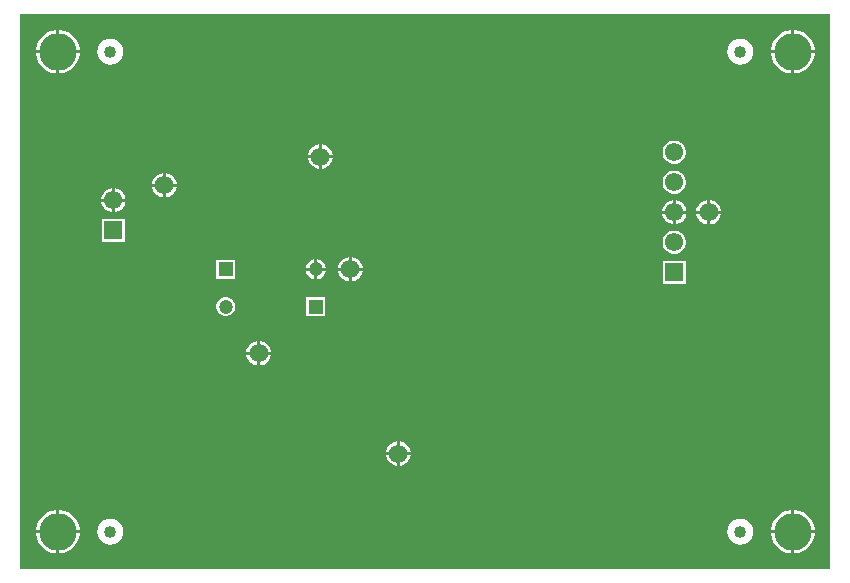
<source format=gbl>
G04*
G04 #@! TF.GenerationSoftware,Altium Limited,Altium Designer,24.6.1 (21)*
G04*
G04 Layer_Physical_Order=2*
G04 Layer_Color=16711680*
%FSLAX44Y44*%
%MOMM*%
G71*
G04*
G04 #@! TF.SameCoordinates,4D0109AF-B27D-4A28-B854-C6E4DC42B7D3*
G04*
G04*
G04 #@! TF.FilePolarity,Positive*
G04*
G01*
G75*
%ADD29C,1.2000*%
%ADD30R,1.2000X1.2000*%
%ADD37C,1.5500*%
%ADD38R,1.5500X1.5500*%
%ADD39C,1.0160*%
%ADD40C,3.1750*%
%ADD41C,1.5748*%
G36*
X685800Y0D02*
X0D01*
Y469900D01*
X685800D01*
Y0D01*
D02*
G37*
%LPC*%
G36*
X655864Y456565D02*
X655320D01*
Y439420D01*
X672465D01*
Y439964D01*
X671757Y443521D01*
X670369Y446873D01*
X668354Y449889D01*
X665789Y452454D01*
X662773Y454469D01*
X659421Y455857D01*
X655864Y456565D01*
D02*
G37*
G36*
X652780D02*
X652236D01*
X648679Y455857D01*
X645327Y454469D01*
X642311Y452454D01*
X639746Y449889D01*
X637731Y446873D01*
X636343Y443521D01*
X635635Y439964D01*
Y439420D01*
X652780D01*
Y456565D01*
D02*
G37*
G36*
X33564D02*
X33020D01*
Y439420D01*
X50165D01*
Y439964D01*
X49457Y443521D01*
X48069Y446873D01*
X46054Y449889D01*
X43489Y452454D01*
X40473Y454469D01*
X37122Y455857D01*
X33564Y456565D01*
D02*
G37*
G36*
X30480D02*
X29936D01*
X26379Y455857D01*
X23027Y454469D01*
X20011Y452454D01*
X17446Y449889D01*
X15431Y446873D01*
X14043Y443521D01*
X13335Y439964D01*
Y439420D01*
X30480D01*
Y456565D01*
D02*
G37*
G36*
X609600Y449166D02*
X606749Y448791D01*
X604092Y447690D01*
X601810Y445940D01*
X600060Y443658D01*
X598959Y441001D01*
X598584Y438150D01*
X598959Y435299D01*
X600060Y432642D01*
X601810Y430360D01*
X604092Y428610D01*
X606749Y427509D01*
X609600Y427134D01*
X612451Y427509D01*
X615108Y428610D01*
X617390Y430360D01*
X619140Y432642D01*
X620241Y435299D01*
X620616Y438150D01*
X620241Y441001D01*
X619140Y443658D01*
X617390Y445940D01*
X615108Y447690D01*
X612451Y448791D01*
X609600Y449166D01*
D02*
G37*
G36*
X76200D02*
X73349Y448791D01*
X70692Y447690D01*
X68410Y445940D01*
X66660Y443658D01*
X65559Y441001D01*
X65184Y438150D01*
X65559Y435299D01*
X66660Y432642D01*
X68410Y430360D01*
X70692Y428610D01*
X73349Y427509D01*
X76200Y427134D01*
X79051Y427509D01*
X81708Y428610D01*
X83990Y430360D01*
X85740Y432642D01*
X86841Y435299D01*
X87216Y438150D01*
X86841Y441001D01*
X85740Y443658D01*
X83990Y445940D01*
X81708Y447690D01*
X79051Y448791D01*
X76200Y449166D01*
D02*
G37*
G36*
X672465Y436880D02*
X655320D01*
Y419735D01*
X655864D01*
X659421Y420443D01*
X662773Y421831D01*
X665789Y423846D01*
X668354Y426411D01*
X670369Y429427D01*
X671757Y432779D01*
X672465Y436336D01*
Y436880D01*
D02*
G37*
G36*
X652780D02*
X635635D01*
Y436336D01*
X636343Y432779D01*
X637731Y429427D01*
X639746Y426411D01*
X642311Y423846D01*
X645327Y421831D01*
X648679Y420443D01*
X652236Y419735D01*
X652780D01*
Y436880D01*
D02*
G37*
G36*
X50165D02*
X33020D01*
Y419735D01*
X33564D01*
X37122Y420443D01*
X40473Y421831D01*
X43489Y423846D01*
X46054Y426411D01*
X48069Y429427D01*
X49457Y432779D01*
X50165Y436336D01*
Y436880D01*
D02*
G37*
G36*
X30480D02*
X13335D01*
Y436336D01*
X14043Y432779D01*
X15431Y429427D01*
X17446Y426411D01*
X20011Y423846D01*
X23027Y421831D01*
X26379Y420443D01*
X29936Y419735D01*
X30480D01*
Y436880D01*
D02*
G37*
G36*
X255371Y359664D02*
X255270D01*
Y350520D01*
X264414D01*
Y350621D01*
X263704Y353270D01*
X262333Y355644D01*
X260394Y357583D01*
X258020Y358954D01*
X255371Y359664D01*
D02*
G37*
G36*
X252730D02*
X252629D01*
X249980Y358954D01*
X247606Y357583D01*
X245667Y355644D01*
X244296Y353270D01*
X243586Y350621D01*
Y350520D01*
X252730D01*
Y359664D01*
D02*
G37*
G36*
X555008Y362842D02*
X552432D01*
X549944Y362175D01*
X547714Y360887D01*
X545892Y359066D01*
X544605Y356836D01*
X543938Y354348D01*
Y351772D01*
X544605Y349284D01*
X545892Y347054D01*
X547714Y345233D01*
X549944Y343945D01*
X552432Y343278D01*
X555008D01*
X557496Y343945D01*
X559726Y345233D01*
X561548Y347054D01*
X562835Y349284D01*
X563502Y351772D01*
Y354348D01*
X562835Y356836D01*
X561548Y359066D01*
X559726Y360887D01*
X557496Y362175D01*
X555008Y362842D01*
D02*
G37*
G36*
X264414Y347980D02*
X255270D01*
Y338836D01*
X255371D01*
X258020Y339546D01*
X260394Y340917D01*
X262333Y342856D01*
X263704Y345230D01*
X264414Y347879D01*
Y347980D01*
D02*
G37*
G36*
X252730D02*
X243586D01*
Y347879D01*
X244296Y345230D01*
X245667Y342856D01*
X247606Y340917D01*
X249980Y339546D01*
X252629Y338836D01*
X252730D01*
Y347980D01*
D02*
G37*
G36*
X123291Y335534D02*
X123190D01*
Y326390D01*
X132334D01*
Y326491D01*
X131624Y329140D01*
X130253Y331514D01*
X128314Y333453D01*
X125940Y334824D01*
X123291Y335534D01*
D02*
G37*
G36*
X120650D02*
X120549D01*
X117900Y334824D01*
X115526Y333453D01*
X113587Y331514D01*
X112216Y329140D01*
X111506Y326491D01*
Y326390D01*
X120650D01*
Y335534D01*
D02*
G37*
G36*
X555008Y337442D02*
X552432D01*
X549944Y336775D01*
X547714Y335488D01*
X545892Y333666D01*
X544605Y331436D01*
X543938Y328948D01*
Y326372D01*
X544605Y323884D01*
X545892Y321654D01*
X547714Y319832D01*
X549944Y318545D01*
X552432Y317878D01*
X555008D01*
X557496Y318545D01*
X559726Y319832D01*
X561548Y321654D01*
X562835Y323884D01*
X563502Y326372D01*
Y328948D01*
X562835Y331436D01*
X561548Y333666D01*
X559726Y335488D01*
X557496Y336775D01*
X555008Y337442D01*
D02*
G37*
G36*
X132334Y323850D02*
X123190D01*
Y314706D01*
X123291D01*
X125940Y315416D01*
X128314Y316787D01*
X130253Y318726D01*
X131624Y321100D01*
X132334Y323749D01*
Y323850D01*
D02*
G37*
G36*
X120650D02*
X111506D01*
Y323749D01*
X112216Y321100D01*
X113587Y318726D01*
X115526Y316787D01*
X117900Y315416D01*
X120549Y314706D01*
X120650D01*
Y323850D01*
D02*
G37*
G36*
X80095Y322710D02*
X80010D01*
Y313690D01*
X89030D01*
Y313775D01*
X88329Y316392D01*
X86974Y318738D01*
X85058Y320654D01*
X82712Y322009D01*
X80095Y322710D01*
D02*
G37*
G36*
X77470D02*
X77385D01*
X74768Y322009D01*
X72422Y320654D01*
X70506Y318738D01*
X69151Y316392D01*
X68450Y313775D01*
Y313690D01*
X77470D01*
Y322710D01*
D02*
G37*
G36*
X555075Y312550D02*
X554990D01*
Y303530D01*
X564010D01*
Y303615D01*
X563309Y306232D01*
X561954Y308578D01*
X560038Y310494D01*
X557692Y311849D01*
X555075Y312550D01*
D02*
G37*
G36*
X584301Y312674D02*
X584200D01*
Y303530D01*
X593344D01*
Y303631D01*
X592634Y306280D01*
X591263Y308654D01*
X589324Y310593D01*
X586950Y311964D01*
X584301Y312674D01*
D02*
G37*
G36*
X581660D02*
X581559D01*
X578910Y311964D01*
X576536Y310593D01*
X574597Y308654D01*
X573226Y306280D01*
X572516Y303631D01*
Y303530D01*
X581660D01*
Y312674D01*
D02*
G37*
G36*
X552450Y312550D02*
X552365D01*
X549748Y311849D01*
X547402Y310494D01*
X545486Y308578D01*
X544131Y306232D01*
X543430Y303615D01*
Y303530D01*
X552450D01*
Y312550D01*
D02*
G37*
G36*
X89030Y311150D02*
X80010D01*
Y302130D01*
X80095D01*
X82712Y302831D01*
X85058Y304186D01*
X86974Y306102D01*
X88329Y308448D01*
X89030Y311065D01*
Y311150D01*
D02*
G37*
G36*
X77470D02*
X68450D01*
Y311065D01*
X69151Y308448D01*
X70506Y306102D01*
X72422Y304186D01*
X74768Y302831D01*
X77385Y302130D01*
X77470D01*
Y311150D01*
D02*
G37*
G36*
X564010Y300990D02*
X554990D01*
Y291970D01*
X555075D01*
X557692Y292671D01*
X560038Y294026D01*
X561954Y295942D01*
X563309Y298288D01*
X564010Y300905D01*
Y300990D01*
D02*
G37*
G36*
X552450D02*
X543430D01*
Y300905D01*
X544131Y298288D01*
X545486Y295942D01*
X547402Y294026D01*
X549748Y292671D01*
X552365Y291970D01*
X552450D01*
Y300990D01*
D02*
G37*
G36*
X593344D02*
X584200D01*
Y291846D01*
X584301D01*
X586950Y292556D01*
X589324Y293927D01*
X591263Y295866D01*
X592634Y298240D01*
X593344Y300889D01*
Y300990D01*
D02*
G37*
G36*
X581660D02*
X572516D01*
Y300889D01*
X573226Y298240D01*
X574597Y295866D01*
X576536Y293927D01*
X578910Y292556D01*
X581559Y291846D01*
X581660D01*
Y300990D01*
D02*
G37*
G36*
X88522Y296802D02*
X68958D01*
Y277238D01*
X88522D01*
Y296802D01*
D02*
G37*
G36*
X555008Y286642D02*
X552432D01*
X549944Y285975D01*
X547714Y284688D01*
X545892Y282866D01*
X544605Y280636D01*
X543938Y278148D01*
Y275572D01*
X544605Y273084D01*
X545892Y270854D01*
X547714Y269032D01*
X549944Y267745D01*
X552432Y267078D01*
X555008D01*
X557496Y267745D01*
X559726Y269032D01*
X561548Y270854D01*
X562835Y273084D01*
X563502Y275572D01*
Y278148D01*
X562835Y280636D01*
X561548Y282866D01*
X559726Y284688D01*
X557496Y285975D01*
X555008Y286642D01*
D02*
G37*
G36*
X280771Y264414D02*
X280670D01*
Y255270D01*
X289814D01*
Y255371D01*
X289104Y258020D01*
X287733Y260394D01*
X285794Y262333D01*
X283420Y263704D01*
X280771Y264414D01*
D02*
G37*
G36*
X278130D02*
X278029D01*
X275380Y263704D01*
X273006Y262333D01*
X271067Y260394D01*
X269696Y258020D01*
X268986Y255371D01*
Y255270D01*
X278130D01*
Y264414D01*
D02*
G37*
G36*
X251460Y262501D02*
Y255270D01*
X258691D01*
X258148Y257296D01*
X257024Y259244D01*
X255434Y260834D01*
X253486Y261958D01*
X251460Y262501D01*
D02*
G37*
G36*
X248920D02*
X246894Y261958D01*
X244946Y260834D01*
X243356Y259244D01*
X242232Y257296D01*
X241689Y255270D01*
X248920D01*
Y262501D01*
D02*
G37*
G36*
X181962Y262032D02*
X165898D01*
Y245968D01*
X181962D01*
Y262032D01*
D02*
G37*
G36*
X258691Y252730D02*
X251460D01*
Y245499D01*
X253486Y246042D01*
X255434Y247166D01*
X257024Y248756D01*
X258148Y250704D01*
X258691Y252730D01*
D02*
G37*
G36*
X248920D02*
X241689D01*
X242232Y250704D01*
X243356Y248756D01*
X244946Y247166D01*
X246894Y246042D01*
X248920Y245499D01*
Y252730D01*
D02*
G37*
G36*
X289814D02*
X280670D01*
Y243586D01*
X280771D01*
X283420Y244296D01*
X285794Y245667D01*
X287733Y247606D01*
X289104Y249980D01*
X289814Y252629D01*
Y252730D01*
D02*
G37*
G36*
X278130D02*
X268986D01*
Y252629D01*
X269696Y249980D01*
X271067Y247606D01*
X273006Y245667D01*
X275380Y244296D01*
X278029Y243586D01*
X278130D01*
Y252730D01*
D02*
G37*
G36*
X563502Y261242D02*
X543938D01*
Y241678D01*
X563502D01*
Y261242D01*
D02*
G37*
G36*
X258222Y230282D02*
X242158D01*
Y214218D01*
X258222D01*
Y230282D01*
D02*
G37*
G36*
X174987D02*
X172873D01*
X170830Y229735D01*
X168998Y228677D01*
X167503Y227182D01*
X166445Y225350D01*
X165898Y223307D01*
Y221193D01*
X166445Y219150D01*
X167503Y217318D01*
X168998Y215823D01*
X170830Y214765D01*
X172873Y214218D01*
X174987D01*
X177030Y214765D01*
X178862Y215823D01*
X180357Y217318D01*
X181415Y219150D01*
X181962Y221193D01*
Y223307D01*
X181415Y225350D01*
X180357Y227182D01*
X178862Y228677D01*
X177030Y229735D01*
X174987Y230282D01*
D02*
G37*
G36*
X203301Y193294D02*
X203200D01*
Y184150D01*
X212344D01*
Y184251D01*
X211634Y186900D01*
X210263Y189274D01*
X208324Y191213D01*
X205950Y192584D01*
X203301Y193294D01*
D02*
G37*
G36*
X200660D02*
X200559D01*
X197910Y192584D01*
X195536Y191213D01*
X193597Y189274D01*
X192226Y186900D01*
X191516Y184251D01*
Y184150D01*
X200660D01*
Y193294D01*
D02*
G37*
G36*
X212344Y181610D02*
X203200D01*
Y172466D01*
X203301D01*
X205950Y173176D01*
X208324Y174547D01*
X210263Y176486D01*
X211634Y178860D01*
X212344Y181509D01*
Y181610D01*
D02*
G37*
G36*
X200660D02*
X191516D01*
Y181509D01*
X192226Y178860D01*
X193597Y176486D01*
X195536Y174547D01*
X197910Y173176D01*
X200559Y172466D01*
X200660D01*
Y181610D01*
D02*
G37*
G36*
X321411Y108204D02*
X321310D01*
Y99060D01*
X330454D01*
Y99161D01*
X329744Y101810D01*
X328373Y104184D01*
X326434Y106123D01*
X324060Y107494D01*
X321411Y108204D01*
D02*
G37*
G36*
X318770D02*
X318669D01*
X316020Y107494D01*
X313646Y106123D01*
X311707Y104184D01*
X310336Y101810D01*
X309626Y99161D01*
Y99060D01*
X318770D01*
Y108204D01*
D02*
G37*
G36*
X330454Y96520D02*
X321310D01*
Y87376D01*
X321411D01*
X324060Y88086D01*
X326434Y89457D01*
X328373Y91396D01*
X329744Y93770D01*
X330454Y96419D01*
Y96520D01*
D02*
G37*
G36*
X318770D02*
X309626D01*
Y96419D01*
X310336Y93770D01*
X311707Y91396D01*
X313646Y89457D01*
X316020Y88086D01*
X318669Y87376D01*
X318770D01*
Y96520D01*
D02*
G37*
G36*
X655864Y50165D02*
X655320D01*
Y33020D01*
X672465D01*
Y33564D01*
X671757Y37122D01*
X670369Y40473D01*
X668354Y43489D01*
X665789Y46054D01*
X662773Y48069D01*
X659421Y49457D01*
X655864Y50165D01*
D02*
G37*
G36*
X652780D02*
X652236D01*
X648679Y49457D01*
X645327Y48069D01*
X642311Y46054D01*
X639746Y43489D01*
X637731Y40473D01*
X636343Y37122D01*
X635635Y33564D01*
Y33020D01*
X652780D01*
Y50165D01*
D02*
G37*
G36*
X33564D02*
X33020D01*
Y33020D01*
X50165D01*
Y33564D01*
X49457Y37122D01*
X48069Y40473D01*
X46054Y43489D01*
X43489Y46054D01*
X40473Y48069D01*
X37122Y49457D01*
X33564Y50165D01*
D02*
G37*
G36*
X30480D02*
X29936D01*
X26379Y49457D01*
X23027Y48069D01*
X20011Y46054D01*
X17446Y43489D01*
X15431Y40473D01*
X14043Y37122D01*
X13335Y33564D01*
Y33020D01*
X30480D01*
Y50165D01*
D02*
G37*
G36*
X609600Y42766D02*
X606749Y42391D01*
X604092Y41290D01*
X601810Y39540D01*
X600060Y37258D01*
X598959Y34601D01*
X598584Y31750D01*
X598959Y28899D01*
X600060Y26242D01*
X601810Y23960D01*
X604092Y22210D01*
X606749Y21109D01*
X609600Y20734D01*
X612451Y21109D01*
X615108Y22210D01*
X617390Y23960D01*
X619140Y26242D01*
X620241Y28899D01*
X620616Y31750D01*
X620241Y34601D01*
X619140Y37258D01*
X617390Y39540D01*
X615108Y41290D01*
X612451Y42391D01*
X609600Y42766D01*
D02*
G37*
G36*
X76200D02*
X73349Y42391D01*
X70692Y41290D01*
X68410Y39540D01*
X66660Y37258D01*
X65559Y34601D01*
X65184Y31750D01*
X65559Y28899D01*
X66660Y26242D01*
X68410Y23960D01*
X70692Y22210D01*
X73349Y21109D01*
X76200Y20734D01*
X79051Y21109D01*
X81708Y22210D01*
X83990Y23960D01*
X85740Y26242D01*
X86841Y28899D01*
X87216Y31750D01*
X86841Y34601D01*
X85740Y37258D01*
X83990Y39540D01*
X81708Y41290D01*
X79051Y42391D01*
X76200Y42766D01*
D02*
G37*
G36*
X672465Y30480D02*
X655320D01*
Y13335D01*
X655864D01*
X659421Y14043D01*
X662773Y15431D01*
X665789Y17446D01*
X668354Y20011D01*
X670369Y23027D01*
X671757Y26379D01*
X672465Y29936D01*
Y30480D01*
D02*
G37*
G36*
X652780D02*
X635635D01*
Y29936D01*
X636343Y26379D01*
X637731Y23027D01*
X639746Y20011D01*
X642311Y17446D01*
X645327Y15431D01*
X648679Y14043D01*
X652236Y13335D01*
X652780D01*
Y30480D01*
D02*
G37*
G36*
X50165D02*
X33020D01*
Y13335D01*
X33564D01*
X37122Y14043D01*
X40473Y15431D01*
X43489Y17446D01*
X46054Y20011D01*
X48069Y23027D01*
X49457Y26379D01*
X50165Y29936D01*
Y30480D01*
D02*
G37*
G36*
X30480D02*
X13335D01*
Y29936D01*
X14043Y26379D01*
X15431Y23027D01*
X17446Y20011D01*
X20011Y17446D01*
X23027Y15431D01*
X26379Y14043D01*
X29936Y13335D01*
X30480D01*
Y30480D01*
D02*
G37*
%LPD*%
D29*
X250190Y254000D02*
D03*
X173930Y222250D02*
D03*
D30*
Y254000D02*
D03*
X250190Y222250D02*
D03*
D37*
X553720Y353060D02*
D03*
Y327660D02*
D03*
Y302260D02*
D03*
Y276860D02*
D03*
X78740Y312420D02*
D03*
D38*
X553720Y251460D02*
D03*
X78740Y287020D02*
D03*
D39*
X609600Y31750D02*
D03*
Y438150D02*
D03*
X76200D02*
D03*
Y31750D02*
D03*
D40*
X654050D02*
D03*
Y438150D02*
D03*
X31750D02*
D03*
Y31750D02*
D03*
D41*
X121920Y325120D02*
D03*
X201930Y182880D02*
D03*
X254000Y349250D02*
D03*
X320040Y97790D02*
D03*
X279400Y254000D02*
D03*
X582930Y302260D02*
D03*
M02*

</source>
